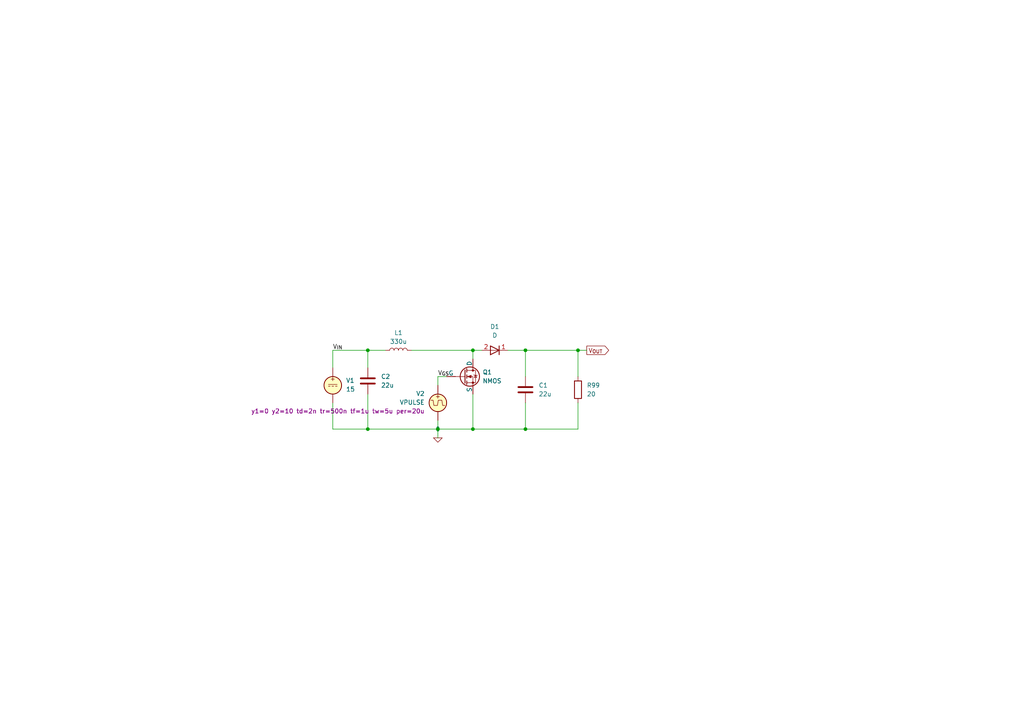
<source format=kicad_sch>
(kicad_sch (version 20231120) (generator "eeschema") (generator_version "8.0")
  (paper "A4")
  (lib_symbols
    (symbol "Device:C" (pin_numbers hide) (pin_names (offset 0.254))
      (property "Reference" "C" (at 0.635 2.54 0))
      (property "Value" "C" (at 0.635 -2.54 0))
      (symbol "C_0_1"
        (polyline (pts (xy -2.032 -0.762) (xy 2.032 -0.762)) (stroke (width 0.508)))
        (polyline (pts (xy -2.032 0.762) (xy 2.032 0.762)) (stroke (width 0.508)))
      )
      (symbol "C_1_1"
        (pin passive line (at 0 3.81 270) (length 2.794) (name "~") (number "1"))
        (pin passive line (at 0 -3.81 90) (length 2.794) (name "~") (number "2"))
      )
    )
    (symbol "Device:L" (pin_numbers hide) (pin_names (offset 1.016) hide)
      (property "Reference" "L" (at -1.27 0 90))
      (property "Value" "L" (at 1.905 0 90))
      (symbol "L_0_1"
        (arc (start 0 -2.54) (mid 0.6323 -1.905) (end 0 -1.27))
        (arc (start 0 -1.27) (mid 0.6323 -0.635) (end 0 0))
        (arc (start 0 0) (mid 0.6323 0.635) (end 0 1.27))
        (arc (start 0 1.27) (mid 0.6323 1.905) (end 0 2.54))
      )
      (symbol "L_1_1"
        (pin passive line (at 0 3.81 270) (length 1.27) (name "1") (number "1"))
        (pin passive line (at 0 -3.81 90) (length 1.27) (name "2") (number "2"))
      )
    )
    (symbol "Device:R" (pin_numbers hide) (pin_names (offset 0))
      (property "Reference" "R" (at 2.032 0 90))
      (property "Value" "R" (at 0 0 90))
      (symbol "R_0_1"
        (rectangle (start -1.016 -2.54) (end 1.016 2.54) (stroke (width 0.254)))
      )
      (symbol "R_1_1"
        (pin passive line (at 0 3.81 270) (length 1.27) (name "~") (number "1"))
        (pin passive line (at 0 -3.81 90) (length 1.27) (name "~") (number "2"))
      )
    )
    (symbol "Simulation_SPICE:0" (power) (pin_numbers hide) (pin_names (offset 0) hide)
      (property "Value" "0" (at 0 -2.54 0))
      (symbol "0_0_1"
        (polyline (pts (xy -1.27 0) (xy 0 -1.27) (xy 1.27 0) (xy -1.27 0)))
      )
      (symbol "0_1_1"
        (pin power_in line (at 0 0 0) (length 0) (name "~") (number "1"))
      )
    )
    (symbol "Simulation_SPICE:D" (pin_names (offset 1.016) hide)
      (property "Reference" "D" (at 0 2.54 0))
      (property "Value" "D" (at 0 -2.54 0))
      (symbol "D_0_1"
        (polyline (pts (xy -1.27 1.27) (xy -1.27 -1.27)) (stroke (width 0.254)))
        (polyline (pts (xy 1.27 0) (xy -1.27 0)))
        (polyline (pts (xy 1.27 1.27) (xy 1.27 -1.27) (xy -1.27 0) (xy 1.27 1.27)) (stroke (width 0.254)))
      )
      (symbol "D_1_1"
        (pin passive line (at -3.81 0 0) (length 2.54) (name "K") (number "1"))
        (pin passive line (at 3.81 0 180) (length 2.54) (name "A") (number "2"))
      )
    )
    (symbol "Simulation_SPICE:NMOS" (pin_numbers hide) (pin_names (offset 0))
      (property "Reference" "Q" (at 5.08 1.27 0))
      (property "Value" "NMOS" (at 5.08 -1.27 0))
      (symbol "NMOS_0_1"
        (polyline (pts (xy 0.254 0) (xy -2.54 0)))
        (polyline (pts (xy 0.254 1.905) (xy 0.254 -1.905)) (stroke (width 0.254)))
        (polyline (pts (xy 0.762 -1.27) (xy 0.762 -2.286)) (stroke (width 0.254)))
        (polyline (pts (xy 0.762 0.508) (xy 0.762 -0.508)) (stroke (width 0.254)))
        (polyline (pts (xy 0.762 2.286) (xy 0.762 1.27)) (stroke (width 0.254)))
        (polyline (pts (xy 2.54 2.54) (xy 2.54 1.778)))
        (polyline (pts (xy 2.54 -2.54) (xy 2.54 0) (xy 0.762 0)))
        (polyline (pts (xy 0.762 -1.778) (xy 3.302 -1.778) (xy 3.302 1.778) (xy 0.762 1.778)))
        (polyline (pts (xy 1.016 0) (xy 2.032 0.381) (xy 2.032 -0.381) (xy 1.016 0)) (fill (type outline)))
        (polyline (pts (xy 2.794 0.508) (xy 2.921 0.381) (xy 3.683 0.381) (xy 3.81 0.254)))
        (polyline (pts (xy 3.302 0.381) (xy 2.921 -0.254) (xy 3.683 -0.254) (xy 3.302 0.381)))
        (circle (center 1.651 0) (radius 2.794) (stroke (width 0.254)))
        (circle (center 2.54 -1.778) (radius 0.254) (fill (type outline)))
        (circle (center 2.54 1.778) (radius 0.254) (fill (type outline)))
      )
      (symbol "NMOS_1_1"
        (pin passive line (at 2.54 5.08 270) (length 2.54) (name "D") (number "1"))
        (pin input line (at -5.08 0 0) (length 2.54) (name "G") (number "2"))
        (pin passive line (at 2.54 -5.08 90) (length 2.54) (name "S") (number "3"))
      )
    )
    (symbol "Simulation_SPICE:VDC" (pin_numbers hide) (pin_names (offset 0.0254))
      (property "Reference" "V" (at 2.54 2.54 0))
      (property "Value" "1" (at 2.54 0 0))
      (symbol "VDC_0_0"
        (polyline (pts (xy -1.27 0.254) (xy 1.27 0.254)))
        (polyline (pts (xy -0.762 -0.254) (xy -1.27 -0.254)))
        (polyline (pts (xy 0.254 -0.254) (xy -0.254 -0.254)))
        (polyline (pts (xy 1.27 -0.254) (xy 0.762 -0.254)))
        (text "+" (at 0 1.905 0) (effects (font (size 1.27 1.27))))
      )
      (symbol "VDC_0_1"
        (circle (center 0 0) (radius 2.54) (stroke (width 0.254)) (fill (type background)))
      )
      (symbol "VDC_1_1"
        (pin passive line (at 0 5.08 270) (length 2.54) (name "~") (number "1"))
        (pin passive line (at 0 -5.08 90) (length 2.54) (name "~") (number "2"))
      )
    )
    (symbol "Simulation_SPICE:VPULSE" (pin_numbers hide) (pin_names (offset 0.0254))
      (property "Reference" "V" (at 2.54 2.54 0))
      (property "Value" "VPULSE" (at 2.54 0 0))
      (property "Sim.Params" "y1=0 y2=1 td=2n tr=2n tf=2n tw=50n per=100n" (at 2.54 -2.54 0))
      (symbol "VPULSE_0_0"
        (polyline (pts (xy -2.032 -0.762) (xy -1.397 -0.762) (xy -1.143 0.762) (xy -0.127 0.762) (xy 0.127 -0.762) (xy 1.143 -0.762) (xy 1.397 0.762) (xy 2.032 0.762)))
        (text "+" (at 0 1.905 0) (effects (font (size 1.27 1.27))))
      )
      (symbol "VPULSE_0_1"
        (circle (center 0 0) (radius 2.54) (stroke (width 0.254)) (fill (type background)))
      )
      (symbol "VPULSE_1_1"
        (pin passive line (at 0 5.08 270) (length 2.54) (name "~") (number "1"))
        (pin passive line (at 0 -5.08 90) (length 2.54) (name "~") (number "2"))
      )
    )
  )
  (junction (at 106.68 124.46))
  (junction (at 152.4 101.6))
  (junction (at 127 124.46))
  (junction (at 106.68 101.6))
  (junction (at 137.16 101.6))
  (junction (at 137.16 124.46))
  (junction (at 152.4 124.46))
  (junction (at 167.64 101.6))
  (wire (pts (xy 119.38 101.6) (xy 137.16 101.6)))
  (wire (pts (xy 96.52 116.84) (xy 96.52 124.46)))
  (wire (pts (xy 127 124.46) (xy 137.16 124.46)))
  (wire (pts (xy 137.16 101.6) (xy 139.7 101.6)))
  (wire (pts (xy 152.4 101.6) (xy 147.32 101.6)))
  (wire (pts (xy 106.68 101.6) (xy 111.76 101.6)))
  (wire (pts (xy 137.16 101.6) (xy 137.16 104.14)))
  (wire (pts (xy 106.68 124.46) (xy 127 124.46)))
  (wire (pts (xy 106.68 101.6) (xy 106.68 106.68)))
  (wire (pts (xy 167.64 116.84) (xy 167.64 124.46)))
  (wire (pts (xy 127 109.22) (xy 129.54 109.22)))
  (wire (pts (xy 106.68 101.6) (xy 96.52 101.6)))
  (wire (pts (xy 167.64 101.6) (xy 170.18 101.6)))
  (wire (pts (xy 96.52 101.6) (xy 96.52 106.68)))
  (wire (pts (xy 127 121.92) (xy 127 124.46)))
  (wire (pts (xy 167.64 124.46) (xy 152.4 124.46)))
  (wire (pts (xy 127 109.22) (xy 127 111.76)))
  (wire (pts (xy 152.4 124.46) (xy 152.4 116.84)))
  (wire (pts (xy 167.64 109.22) (xy 167.64 101.6)))
  (wire (pts (xy 137.16 114.3) (xy 137.16 124.46)))
  (wire (pts (xy 137.16 124.46) (xy 152.4 124.46)))
  (wire (pts (xy 152.4 109.22) (xy 152.4 101.6)))
  (wire (pts (xy 127 124.46) (xy 127 127)))
  (wire (pts (xy 152.4 101.6) (xy 167.64 101.6)))
  (wire (pts (xy 106.68 114.3) (xy 106.68 124.46)))
  (wire (pts (xy 96.52 124.46) (xy 106.68 124.46)))
  (label "V_{GS}" (at 127 109.22 0))
  (label "V_{IN}" (at 96.52 101.6 0))
  (global_label "V_{OUT}" (shape output) (at 170.18 101.6 0) (effects (font (size 1.25 1.25))) (property "Intersheetrefs" "${INTERSHEET_REFS}" (effects (hide yes))))
  (symbol (lib_id "Simulation_SPICE:0") (at 127 127 0) (unit 1)
    (property "Reference" "#GND01" (effects (hide yes)))
    (property "Value" "0" (at 127 124.46 0))
    (property "Datasheet" "https://ngspice.sourceforge.io/docs/ngspice-html-manual/manual.xhtml#subsec_Circuit_elements__device" (effects (hide yes)))
    (property "Description" "0V reference potential for simulation" (effects (hide yes)))
  )
  (symbol (lib_id "Simulation_SPICE:VDC") (at 96.52 111.76 0) (unit 1)
    (property "Reference" "V1" (at 100.33 110.3601 0) (effects (justify left)))
    (property "Value" "15" (at 100.33 112.9001 0) (effects (justify left)))
    (property "Datasheet" "https://ngspice.sourceforge.io/docs/ngspice-html-manual/manual.xhtml#sec_Independent_Sources_for" (effects (hide yes)))
    (property "Description" "Voltage source, DC" (effects (hide yes)))
    (property "Sim.Pins" "1=+ 2=-" (effects (hide yes)))
    (property "Sim.Type" "DC" (effects (hide yes)))
    (property "Sim.Device" "V" (effects (hide yes)))
  )
  (symbol (lib_id "Device:C") (at 106.68 110.49 0) (unit 1)
    (property "Reference" "C2" (at 110.49 109.2199 0) (effects (justify left)))
    (property "Value" "22u" (at 110.49 111.7599 0) (effects (justify left)))
    (property "Description" "Unpolarized capacitor" (effects (hide yes)))
  )
  (symbol (lib_id "Device:C") (at 152.4 113.03 0) (unit 1)
    (property "Reference" "C1" (at 156.21 111.7599 0) (effects (justify left)))
    (property "Value" "22u" (at 156.21 114.2999 0) (effects (justify left)))
    (property "Description" "Unpolarized capacitor" (effects (hide yes)))
  )
  (symbol (lib_id "Simulation_SPICE:NMOS") (at 134.62 109.22 0) (unit 1)
    (property "Reference" "Q1" (at 139.954 107.9499 0) (effects (justify left)))
    (property "Value" "NMOS" (at 139.954 110.4899 0) (effects (justify left)))
    (property "Datasheet" "https://ngspice.sourceforge.io/docs/ngspice-html-manual/manual.xhtml#cha_MOSFETs" (effects (hide yes)))
    (property "Description" "N-MOSFET transistor, drain/source/gate" (effects (hide yes)))
    (property "Sim.Device" "NMOS" (effects (hide yes)))
    (property "Sim.Type" "VDMOS" (effects (hide yes)))
    (property "Sim.Pins" "1=D 2=G 3=S" (effects (hide yes)))
  )
  (symbol (lib_id "Device:R") (at 167.64 113.03 0) (unit 1)
    (property "Reference" "R99" (at 170.18 111.76 0) (effects (font (size 1.25 1.25)) (justify left)))
    (property "Value" "20" (at 170.18 114.2999 0) (effects (justify left)))
    (property "Description" "Resistor" (effects (hide yes)))
  )
  (symbol (lib_id "Simulation_SPICE:VPULSE") (at 127 116.84 0) (mirror y) (unit 1)
    (property "Reference" "V2" (at 123.19 114.1701 0) (effects (justify left)))
    (property "Value" "VPULSE" (at 123.19 116.7101 0) (effects (justify left)))
    (property "Datasheet" "https://ngspice.sourceforge.io/docs/ngspice-html-manual/manual.xhtml#sec_Independent_Sources_for" (effects (hide yes)))
    (property "Description" "Voltage source, pulse" (effects (hide yes)))
    (property "Sim.Pins" "1=+ 2=-" (effects (hide yes)))
    (property "Sim.Type" "PULSE" (effects (hide yes)))
    (property "Sim.Device" "V" (effects (hide yes)))
    (property "Sim.Params" "y1=0 y2=10 td=2n tr=500n tf=1u tw=5u per=20u" (at 123.19 119.2501 0) (effects (justify left)))
  )
  (symbol (lib_id "Simulation_SPICE:D") (at 143.51 101.6 180) (unit 1)
    (property "Reference" "D1" (at 143.51 94.742 0))
    (property "Value" "D" (at 143.51 97.282 0))
    (property "Datasheet" "https://ngspice.sourceforge.io/docs/ngspice-html-manual/manual.xhtml#cha_DIODEs" (effects (hide yes)))
    (property "Description" "Diode for simulation or PCB" (effects (hide yes)))
    (property "Sim.Device" "D" (effects (hide yes)))
    (property "Sim.Pins" "1=K 2=A" (effects (hide yes)))
    (property "Sim.Params" "rs=50m cjo=10p" (effects (hide yes)))
  )
  (symbol (lib_id "Device:L") (at 115.57 101.6 90) (unit 1)
    (property "Reference" "L1" (at 115.57 96.52 90))
    (property "Value" "330u" (at 115.57 99.06 90))
    (property "Description" "Inductor" (effects (hide yes)))
  )
)
</source>
